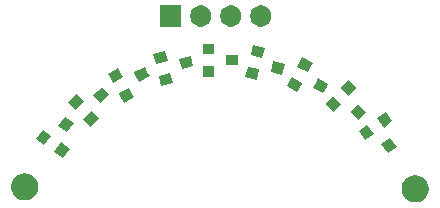
<source format=gbr>
G04 #@! TF.GenerationSoftware,KiCad,Pcbnew,(5.1.5)-3*
G04 #@! TF.CreationDate,2021-01-31T16:22:46-06:00*
G04 #@! TF.ProjectId,HallSensorSMD_9_Pos,48616c6c-5365-46e7-936f-72534d445f39,rev?*
G04 #@! TF.SameCoordinates,Original*
G04 #@! TF.FileFunction,Soldermask,Top*
G04 #@! TF.FilePolarity,Negative*
%FSLAX46Y46*%
G04 Gerber Fmt 4.6, Leading zero omitted, Abs format (unit mm)*
G04 Created by KiCad (PCBNEW (5.1.5)-3) date 2021-01-31 16:22:46*
%MOMM*%
%LPD*%
G04 APERTURE LIST*
%ADD10C,0.100000*%
G04 APERTURE END LIST*
D10*
G36*
X146734549Y-61761116D02*
G01*
X146845734Y-61783232D01*
X147055203Y-61869997D01*
X147243720Y-61995960D01*
X147404040Y-62156280D01*
X147530003Y-62344797D01*
X147616768Y-62554266D01*
X147661000Y-62776636D01*
X147661000Y-63003364D01*
X147616768Y-63225734D01*
X147530003Y-63435203D01*
X147404040Y-63623720D01*
X147243720Y-63784040D01*
X147055203Y-63910003D01*
X146845734Y-63996768D01*
X146734549Y-64018884D01*
X146623365Y-64041000D01*
X146396635Y-64041000D01*
X146285451Y-64018884D01*
X146174266Y-63996768D01*
X145964797Y-63910003D01*
X145776280Y-63784040D01*
X145615960Y-63623720D01*
X145489997Y-63435203D01*
X145403232Y-63225734D01*
X145359000Y-63003364D01*
X145359000Y-62776636D01*
X145403232Y-62554266D01*
X145489997Y-62344797D01*
X145615960Y-62156280D01*
X145776280Y-61995960D01*
X145964797Y-61869997D01*
X146174266Y-61783232D01*
X146285451Y-61761116D01*
X146396635Y-61739000D01*
X146623365Y-61739000D01*
X146734549Y-61761116D01*
G37*
G36*
X113674549Y-61591116D02*
G01*
X113785734Y-61613232D01*
X113995203Y-61699997D01*
X114183720Y-61825960D01*
X114344040Y-61986280D01*
X114470003Y-62174797D01*
X114556768Y-62384266D01*
X114601000Y-62606636D01*
X114601000Y-62833364D01*
X114556768Y-63055734D01*
X114470003Y-63265203D01*
X114344040Y-63453720D01*
X114183720Y-63614040D01*
X113995203Y-63740003D01*
X113785734Y-63826768D01*
X113674549Y-63848884D01*
X113563365Y-63871000D01*
X113336635Y-63871000D01*
X113225451Y-63848884D01*
X113114266Y-63826768D01*
X112904797Y-63740003D01*
X112716280Y-63614040D01*
X112555960Y-63453720D01*
X112429997Y-63265203D01*
X112343232Y-63055734D01*
X112299000Y-62833364D01*
X112299000Y-62606636D01*
X112343232Y-62384266D01*
X112429997Y-62174797D01*
X112555960Y-61986280D01*
X112716280Y-61825960D01*
X112904797Y-61699997D01*
X113114266Y-61613232D01*
X113225451Y-61591116D01*
X113336635Y-61569000D01*
X113563365Y-61569000D01*
X113674549Y-61591116D01*
G37*
G36*
X117256918Y-59479938D02*
G01*
X116682194Y-60300728D01*
X115943318Y-59783362D01*
X116518042Y-58962572D01*
X117256918Y-59479938D01*
G37*
G36*
X144955376Y-59370864D02*
G01*
X144216500Y-59888230D01*
X143641776Y-59067440D01*
X144380652Y-58550074D01*
X144955376Y-59370864D01*
G37*
G36*
X115700529Y-58390142D02*
G01*
X115125805Y-59210932D01*
X114386929Y-58693566D01*
X114961653Y-57872776D01*
X115700529Y-58390142D01*
G37*
G36*
X143030029Y-58277458D02*
G01*
X142291153Y-58794824D01*
X141716429Y-57974034D01*
X142455305Y-57456668D01*
X143030029Y-58277458D01*
G37*
G36*
X117625876Y-57296736D02*
G01*
X117051152Y-58117526D01*
X116312276Y-57600160D01*
X116887000Y-56779370D01*
X117625876Y-57296736D01*
G37*
G36*
X144586418Y-57187662D02*
G01*
X143847542Y-57705028D01*
X143272818Y-56884238D01*
X144011694Y-56366872D01*
X144586418Y-57187662D01*
G37*
G36*
X119702538Y-56974721D02*
G01*
X119702538Y-56974722D01*
X119457578Y-57187662D01*
X118946319Y-57632093D01*
X118354554Y-56951345D01*
X118354554Y-56951344D01*
X118732664Y-56622659D01*
X119110773Y-56293973D01*
X119702538Y-56974721D01*
G37*
G36*
X142303682Y-56293973D02*
G01*
X142387238Y-56369207D01*
X141783683Y-57039524D01*
X141783682Y-57039524D01*
X141039052Y-56369055D01*
X141192941Y-56198144D01*
X141642607Y-55698738D01*
X141642608Y-55698738D01*
X142303682Y-56293973D01*
G37*
G36*
X140222854Y-55698738D02*
G01*
X140265274Y-55736933D01*
X139661719Y-56407250D01*
X139661718Y-56407250D01*
X138917088Y-55736781D01*
X139114623Y-55517396D01*
X139520643Y-55066464D01*
X139520644Y-55066464D01*
X140222854Y-55698738D01*
G37*
G36*
X118456026Y-55540773D02*
G01*
X118456026Y-55540774D01*
X118230545Y-55736781D01*
X117699807Y-56198145D01*
X117108042Y-55517397D01*
X117108042Y-55517396D01*
X117552224Y-55131275D01*
X117864261Y-54860025D01*
X118456026Y-55540773D01*
G37*
G36*
X120588702Y-54945629D02*
G01*
X120588702Y-54945630D01*
X120375141Y-55131275D01*
X119832483Y-55603001D01*
X119240718Y-54922253D01*
X119240718Y-54922252D01*
X119618828Y-54593567D01*
X119996937Y-54264881D01*
X120588702Y-54945629D01*
G37*
G36*
X122473966Y-54692743D02*
G01*
X122707138Y-55131275D01*
X122707138Y-55131276D01*
X121822425Y-55601687D01*
X121499990Y-54995275D01*
X121398962Y-54805269D01*
X121398962Y-54805268D01*
X122283675Y-54334857D01*
X122473966Y-54692743D01*
G37*
G36*
X141469900Y-54264881D02*
G01*
X141536622Y-54324958D01*
X140933067Y-54995275D01*
X140933066Y-54995275D01*
X140188436Y-54324806D01*
X140325565Y-54172509D01*
X140791991Y-53654489D01*
X140791992Y-53654489D01*
X141469900Y-54264881D01*
G37*
G36*
X139167036Y-53996468D02*
G01*
X139167036Y-53996469D01*
X139024318Y-54264882D01*
X138743573Y-54792887D01*
X137858860Y-54322476D01*
X137858860Y-54322475D01*
X138085448Y-53896325D01*
X138282323Y-53526057D01*
X139167036Y-53996468D01*
G37*
G36*
X136955142Y-53896325D02*
G01*
X136955142Y-53896326D01*
X136901895Y-53996468D01*
X136531679Y-54692744D01*
X135646966Y-54222333D01*
X135646966Y-54222332D01*
X136017182Y-53526057D01*
X136070429Y-53425914D01*
X136955142Y-53896325D01*
G37*
G36*
X126004755Y-53930104D02*
G01*
X125032519Y-54172509D01*
X124814305Y-53297302D01*
X125786541Y-53054897D01*
X126004755Y-53930104D01*
G37*
G36*
X121562393Y-52978323D02*
G01*
X121815142Y-53453674D01*
X121815142Y-53453675D01*
X120930429Y-53924086D01*
X120665547Y-53425915D01*
X120506966Y-53127668D01*
X120506966Y-53127667D01*
X121391679Y-52657256D01*
X121562393Y-52978323D01*
G37*
G36*
X123815305Y-52955323D02*
G01*
X124027036Y-53353531D01*
X124027036Y-53353532D01*
X123142323Y-53823943D01*
X122733414Y-53054897D01*
X122718860Y-53027525D01*
X122718860Y-53027524D01*
X123603573Y-52557113D01*
X123815305Y-52955323D01*
G37*
G36*
X133305103Y-52783458D02*
G01*
X133086889Y-53658665D01*
X132114653Y-53416260D01*
X132332867Y-52541053D01*
X133305103Y-52783458D01*
G37*
G36*
X129511000Y-53391000D02*
G01*
X128509000Y-53391000D01*
X128509000Y-52489000D01*
X129511000Y-52489000D01*
X129511000Y-53391000D01*
G37*
G36*
X135475521Y-52345521D02*
G01*
X135257307Y-53220728D01*
X134285071Y-52978323D01*
X134503285Y-52103116D01*
X135475521Y-52345521D01*
G37*
G36*
X137847138Y-52218724D02*
G01*
X137847138Y-52218725D01*
X137779719Y-52345521D01*
X137423675Y-53015143D01*
X136538962Y-52544732D01*
X136538962Y-52544731D01*
X136886197Y-51891677D01*
X136962425Y-51748313D01*
X137847138Y-52218724D01*
G37*
G36*
X127715521Y-52524479D02*
G01*
X126743285Y-52766884D01*
X126525071Y-51891677D01*
X127497307Y-51649272D01*
X127715521Y-52524479D01*
G37*
G36*
X131511000Y-52441000D02*
G01*
X130509000Y-52441000D01*
X130509000Y-51539000D01*
X131511000Y-51539000D01*
X131511000Y-52441000D01*
G37*
G36*
X125545103Y-52086542D02*
G01*
X124572867Y-52328947D01*
X124354653Y-51453740D01*
X125326889Y-51211335D01*
X125545103Y-52086542D01*
G37*
G36*
X133764755Y-50939896D02*
G01*
X133546541Y-51815103D01*
X132574305Y-51572698D01*
X132792519Y-50697491D01*
X133764755Y-50939896D01*
G37*
G36*
X129511000Y-51491000D02*
G01*
X128509000Y-51491000D01*
X128509000Y-50589000D01*
X129511000Y-50589000D01*
X129511000Y-51491000D01*
G37*
G36*
X128472412Y-47353927D02*
G01*
X128621712Y-47383624D01*
X128785684Y-47451544D01*
X128933254Y-47550147D01*
X129058753Y-47675646D01*
X129157356Y-47823216D01*
X129225276Y-47987188D01*
X129259900Y-48161259D01*
X129259900Y-48338741D01*
X129225276Y-48512812D01*
X129157356Y-48676784D01*
X129058753Y-48824354D01*
X128933254Y-48949853D01*
X128785684Y-49048456D01*
X128621712Y-49116376D01*
X128472412Y-49146073D01*
X128447642Y-49151000D01*
X128270158Y-49151000D01*
X128245388Y-49146073D01*
X128096088Y-49116376D01*
X127932116Y-49048456D01*
X127784546Y-48949853D01*
X127659047Y-48824354D01*
X127560444Y-48676784D01*
X127492524Y-48512812D01*
X127457900Y-48338741D01*
X127457900Y-48161259D01*
X127492524Y-47987188D01*
X127560444Y-47823216D01*
X127659047Y-47675646D01*
X127784546Y-47550147D01*
X127932116Y-47451544D01*
X128096088Y-47383624D01*
X128245388Y-47353927D01*
X128270158Y-47349000D01*
X128447642Y-47349000D01*
X128472412Y-47353927D01*
G37*
G36*
X133552412Y-47353927D02*
G01*
X133701712Y-47383624D01*
X133865684Y-47451544D01*
X134013254Y-47550147D01*
X134138753Y-47675646D01*
X134237356Y-47823216D01*
X134305276Y-47987188D01*
X134339900Y-48161259D01*
X134339900Y-48338741D01*
X134305276Y-48512812D01*
X134237356Y-48676784D01*
X134138753Y-48824354D01*
X134013254Y-48949853D01*
X133865684Y-49048456D01*
X133701712Y-49116376D01*
X133552412Y-49146073D01*
X133527642Y-49151000D01*
X133350158Y-49151000D01*
X133325388Y-49146073D01*
X133176088Y-49116376D01*
X133012116Y-49048456D01*
X132864546Y-48949853D01*
X132739047Y-48824354D01*
X132640444Y-48676784D01*
X132572524Y-48512812D01*
X132537900Y-48338741D01*
X132537900Y-48161259D01*
X132572524Y-47987188D01*
X132640444Y-47823216D01*
X132739047Y-47675646D01*
X132864546Y-47550147D01*
X133012116Y-47451544D01*
X133176088Y-47383624D01*
X133325388Y-47353927D01*
X133350158Y-47349000D01*
X133527642Y-47349000D01*
X133552412Y-47353927D01*
G37*
G36*
X131012412Y-47353927D02*
G01*
X131161712Y-47383624D01*
X131325684Y-47451544D01*
X131473254Y-47550147D01*
X131598753Y-47675646D01*
X131697356Y-47823216D01*
X131765276Y-47987188D01*
X131799900Y-48161259D01*
X131799900Y-48338741D01*
X131765276Y-48512812D01*
X131697356Y-48676784D01*
X131598753Y-48824354D01*
X131473254Y-48949853D01*
X131325684Y-49048456D01*
X131161712Y-49116376D01*
X131012412Y-49146073D01*
X130987642Y-49151000D01*
X130810158Y-49151000D01*
X130785388Y-49146073D01*
X130636088Y-49116376D01*
X130472116Y-49048456D01*
X130324546Y-48949853D01*
X130199047Y-48824354D01*
X130100444Y-48676784D01*
X130032524Y-48512812D01*
X129997900Y-48338741D01*
X129997900Y-48161259D01*
X130032524Y-47987188D01*
X130100444Y-47823216D01*
X130199047Y-47675646D01*
X130324546Y-47550147D01*
X130472116Y-47451544D01*
X130636088Y-47383624D01*
X130785388Y-47353927D01*
X130810158Y-47349000D01*
X130987642Y-47349000D01*
X131012412Y-47353927D01*
G37*
G36*
X126719900Y-49151000D02*
G01*
X124917900Y-49151000D01*
X124917900Y-47349000D01*
X126719900Y-47349000D01*
X126719900Y-49151000D01*
G37*
M02*

</source>
